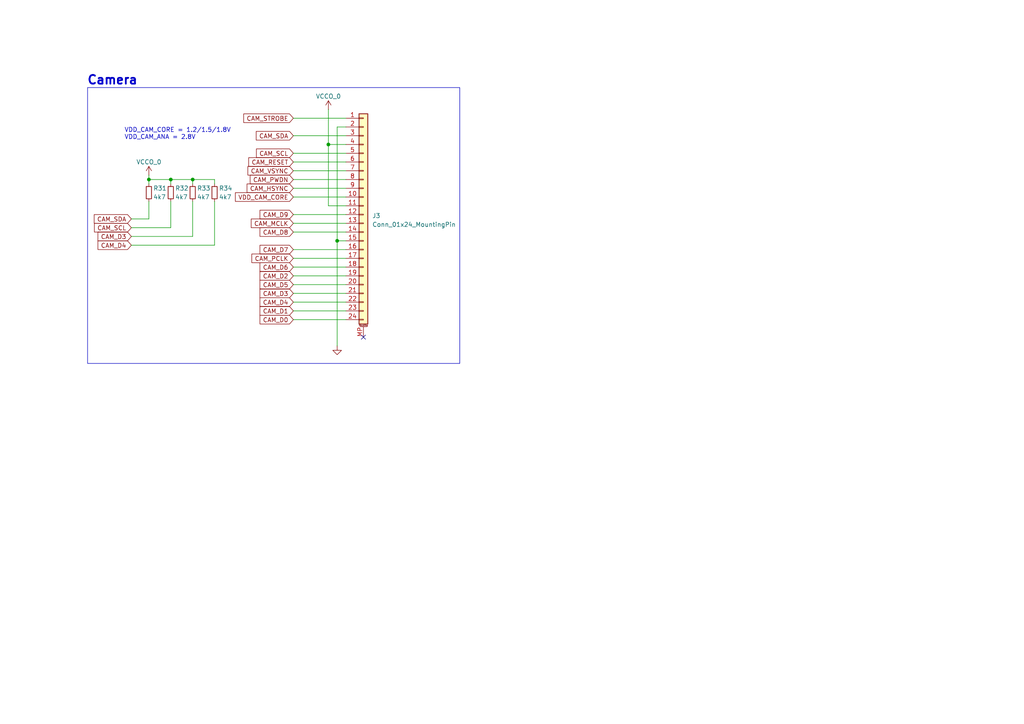
<source format=kicad_sch>
(kicad_sch (version 20231120) (generator "eeschema") (generator_version "8.0")
  (paper "A4")
  (lib_symbols
    (symbol "Connector_Generic_MountingPin:Conn_01x24_MountingPin" (pin_names (offset 1.016) hide)
      (property "Reference" "J" (at 0 30.48 0))
      (property "Value" "Conn_01x24_MountingPin" (at 1.27 -33.02 0))
      (symbol "Conn_01x24_MountingPin_1_1"
        (rectangle (start -1.27 -30.353) (end 0 -30.607) (stroke (width 0.1524)))
        (rectangle (start -1.27 -27.813) (end 0 -28.067) (stroke (width 0.1524)))
        (rectangle (start -1.27 -25.273) (end 0 -25.527) (stroke (width 0.1524)))
        (rectangle (start -1.27 -22.733) (end 0 -22.987) (stroke (width 0.1524)))
        (rectangle (start -1.27 -20.193) (end 0 -20.447) (stroke (width 0.1524)))
        (rectangle (start -1.27 -17.653) (end 0 -17.907) (stroke (width 0.1524)))
        (rectangle (start -1.27 -15.113) (end 0 -15.367) (stroke (width 0.1524)))
        (rectangle (start -1.27 -12.573) (end 0 -12.827) (stroke (width 0.1524)))
        (rectangle (start -1.27 -10.033) (end 0 -10.287) (stroke (width 0.1524)))
        (rectangle (start -1.27 -7.493) (end 0 -7.747) (stroke (width 0.1524)))
        (rectangle (start -1.27 -4.953) (end 0 -5.207) (stroke (width 0.1524)))
        (rectangle (start -1.27 -2.413) (end 0 -2.667) (stroke (width 0.1524)))
        (rectangle (start -1.27 0.127) (end 0 -0.127) (stroke (width 0.1524)))
        (rectangle (start -1.27 2.667) (end 0 2.413) (stroke (width 0.1524)))
        (rectangle (start -1.27 5.207) (end 0 4.953) (stroke (width 0.1524)))
        (rectangle (start -1.27 7.747) (end 0 7.493) (stroke (width 0.1524)))
        (rectangle (start -1.27 10.287) (end 0 10.033) (stroke (width 0.1524)))
        (rectangle (start -1.27 12.827) (end 0 12.573) (stroke (width 0.1524)))
        (rectangle (start -1.27 15.367) (end 0 15.113) (stroke (width 0.1524)))
        (rectangle (start -1.27 17.907) (end 0 17.653) (stroke (width 0.1524)))
        (rectangle (start -1.27 20.447) (end 0 20.193) (stroke (width 0.1524)))
        (rectangle (start -1.27 22.987) (end 0 22.733) (stroke (width 0.1524)))
        (rectangle (start -1.27 25.527) (end 0 25.273) (stroke (width 0.1524)))
        (rectangle (start -1.27 28.067) (end 0 27.813) (stroke (width 0.1524)))
        (rectangle (start -1.27 29.21) (end 1.27 -31.75) (stroke (width 0.254)) (fill (type background)))
        (polyline (pts (xy -1.016 -32.512) (xy 1.016 -32.512)) (stroke (width 0.1524)))
        (text "Mounting" (at 0 -32.131 0) (effects (font (size 0.381 0.381))))
        (pin passive line (at -5.08 27.94 0) (length 3.81) (name "Pin_1") (number "1"))
        (pin passive line (at -5.08 5.08 0) (length 3.81) (name "Pin_10") (number "10"))
        (pin passive line (at -5.08 2.54 0) (length 3.81) (name "Pin_11") (number "11"))
        (pin passive line (at -5.08 0 0) (length 3.81) (name "Pin_12") (number "12"))
        (pin passive line (at -5.08 -2.54 0) (length 3.81) (name "Pin_13") (number "13"))
        (pin passive line (at -5.08 -5.08 0) (length 3.81) (name "Pin_14") (number "14"))
        (pin passive line (at -5.08 -7.62 0) (length 3.81) (name "Pin_15") (number "15"))
        (pin passive line (at -5.08 -10.16 0) (length 3.81) (name "Pin_16") (number "16"))
        (pin passive line (at -5.08 -12.7 0) (length 3.81) (name "Pin_17") (number "17"))
        (pin passive line (at -5.08 -15.24 0) (length 3.81) (name "Pin_18") (number "18"))
        (pin passive line (at -5.08 -17.78 0) (length 3.81) (name "Pin_19") (number "19"))
        (pin passive line (at -5.08 25.4 0) (length 3.81) (name "Pin_2") (number "2"))
        (pin passive line (at -5.08 -20.32 0) (length 3.81) (name "Pin_20") (number "20"))
        (pin passive line (at -5.08 -22.86 0) (length 3.81) (name "Pin_21") (number "21"))
        (pin passive line (at -5.08 -25.4 0) (length 3.81) (name "Pin_22") (number "22"))
        (pin passive line (at -5.08 -27.94 0) (length 3.81) (name "Pin_23") (number "23"))
        (pin passive line (at -5.08 -30.48 0) (length 3.81) (name "Pin_24") (number "24"))
        (pin passive line (at -5.08 22.86 0) (length 3.81) (name "Pin_3") (number "3"))
        (pin passive line (at -5.08 20.32 0) (length 3.81) (name "Pin_4") (number "4"))
        (pin passive line (at -5.08 17.78 0) (length 3.81) (name "Pin_5") (number "5"))
        (pin passive line (at -5.08 15.24 0) (length 3.81) (name "Pin_6") (number "6"))
        (pin passive line (at -5.08 12.7 0) (length 3.81) (name "Pin_7") (number "7"))
        (pin passive line (at -5.08 10.16 0) (length 3.81) (name "Pin_8") (number "8"))
        (pin passive line (at -5.08 7.62 0) (length 3.81) (name "Pin_9") (number "9"))
        (pin passive line (at 0 -35.56 90) (length 3.048) (name "MountPin") (number "MP"))
      )
    )
    (symbol "Device:R_Small" (pin_numbers hide) (pin_names (offset 0.254) hide)
      (property "Reference" "R" (at 0.762 0.508 0))
      (property "Value" "R_Small" (at 0.762 -1.016 0))
      (symbol "R_Small_0_1"
        (rectangle (start -0.762 1.778) (end 0.762 -1.778) (stroke (width 0.2032)))
      )
      (symbol "R_Small_1_1"
        (pin passive line (at 0 2.54 270) (length 0.762) (name "~") (number "1"))
        (pin passive line (at 0 -2.54 90) (length 0.762) (name "~") (number "2"))
      )
    )
    (symbol "power:GND" (power) (pin_numbers hide) (pin_names (offset 0) hide)
      (property "Value" "GND" (at 0 -3.81 0))
      (symbol "GND_0_1"
        (polyline (pts (xy 0 0) (xy 0 -1.27) (xy 1.27 -1.27) (xy 0 -2.54) (xy -1.27 -1.27) (xy 0 -1.27)))
      )
      (symbol "GND_1_1"
        (pin power_in line (at 0 0 270) (length 0) (name "~") (number "1"))
      )
    )
    (symbol "power:VDD" (power) (pin_numbers hide) (pin_names (offset 0) hide)
      (property "Value" "VDD" (at 0 3.556 0))
      (symbol "VDD_0_1"
        (polyline (pts (xy -0.762 1.27) (xy 0 2.54)))
        (polyline (pts (xy 0 0) (xy 0 2.54)))
        (polyline (pts (xy 0 2.54) (xy 0.762 1.27)))
      )
      (symbol "VDD_1_1"
        (pin power_in line (at 0 0 90) (length 0) (name "~") (number "1"))
      )
    )
  )
  (junction (at 55.88 52.07))
  (junction (at 49.53 52.07))
  (junction (at 43.18 52.07))
  (junction (at 97.79 69.85))
  (junction (at 95.25 41.91))
  (no_connect (at 105.41 97.79))
  (wire (pts (xy 85.09 85.09) (xy 100.33 85.09)))
  (wire (pts (xy 55.88 68.58) (xy 55.88 58.42)))
  (wire (pts (xy 49.53 52.07) (xy 49.53 53.34)))
  (wire (pts (xy 100.33 46.99) (xy 85.09 46.99)))
  (wire (pts (xy 62.23 71.12) (xy 38.1 71.12)))
  (wire (pts (xy 95.25 59.69) (xy 100.33 59.69)))
  (wire (pts (xy 43.18 50.8) (xy 43.18 52.07)))
  (wire (pts (xy 95.25 41.91) (xy 100.33 41.91)))
  (wire (pts (xy 85.09 80.01) (xy 100.33 80.01)))
  (wire (pts (xy 100.33 36.83) (xy 97.79 36.83)))
  (wire (pts (xy 85.09 57.15) (xy 100.33 57.15)))
  (wire (pts (xy 85.09 90.17) (xy 100.33 90.17)))
  (wire (pts (xy 85.09 87.63) (xy 100.33 87.63)))
  (wire (pts (xy 100.33 39.37) (xy 85.09 39.37)))
  (wire (pts (xy 85.09 77.47) (xy 100.33 77.47)))
  (wire (pts (xy 85.09 82.55) (xy 100.33 82.55)))
  (wire (pts (xy 85.09 54.61) (xy 100.33 54.61)))
  (wire (pts (xy 100.33 44.45) (xy 85.09 44.45)))
  (wire (pts (xy 43.18 52.07) (xy 49.53 52.07)))
  (wire (pts (xy 100.33 34.29) (xy 85.09 34.29)))
  (wire (pts (xy 97.79 69.85) (xy 100.33 69.85)))
  (wire (pts (xy 38.1 66.04) (xy 49.53 66.04)))
  (wire (pts (xy 38.1 63.5) (xy 43.18 63.5)))
  (wire (pts (xy 95.25 31.75) (xy 95.25 41.91)))
  (wire (pts (xy 85.09 92.71) (xy 100.33 92.71)))
  (wire (pts (xy 100.33 49.53) (xy 85.09 49.53)))
  (wire (pts (xy 85.09 74.93) (xy 100.33 74.93)))
  (wire (pts (xy 55.88 52.07) (xy 55.88 53.34)))
  (wire (pts (xy 43.18 52.07) (xy 43.18 53.34)))
  (wire (pts (xy 85.09 62.23) (xy 100.33 62.23)))
  (wire (pts (xy 95.25 41.91) (xy 95.25 59.69)))
  (wire (pts (xy 85.09 52.07) (xy 100.33 52.07)))
  (wire (pts (xy 62.23 58.42) (xy 62.23 71.12)))
  (wire (pts (xy 97.79 36.83) (xy 97.79 69.85)))
  (wire (pts (xy 97.79 69.85) (xy 97.79 100.33)))
  (wire (pts (xy 49.53 52.07) (xy 55.88 52.07)))
  (wire (pts (xy 49.53 66.04) (xy 49.53 58.42)))
  (wire (pts (xy 38.1 68.58) (xy 55.88 68.58)))
  (wire (pts (xy 85.09 72.39) (xy 100.33 72.39)))
  (wire (pts (xy 62.23 52.07) (xy 62.23 53.34)))
  (wire (pts (xy 85.09 64.77) (xy 100.33 64.77)))
  (wire (pts (xy 85.09 67.31) (xy 100.33 67.31)))
  (wire (pts (xy 43.18 63.5) (xy 43.18 58.42)))
  (wire (pts (xy 55.88 52.07) (xy 62.23 52.07)))
  (rectangle (start 25.4 25.4) (end 133.35 105.41))
  (text "Camera" (at 25.146 23.368 0) (effects (font (size 2.54 2.54) (thickness 0.508) (bold yes)) (justify left)))
  (text "VDD_CAM_CORE = 1.2/1.5/1.8V\nVDD_CAM_ANA = 2.8V" (at 36.068 38.862 0) (effects (font (size 1.27 1.27) (thickness 0.1588)) (justify left)))
  (global_label "CAM_D6" (shape input) (at 85.09 77.47 180) (property "Intersheetrefs" "${INTERSHEET_REFS}" (effects (hide yes))))
  (global_label "CAM_SCL" (shape input) (at 85.09 44.45 180) (property "Intersheetrefs" "${INTERSHEET_REFS}" (effects (hide yes))))
  (global_label "CAM_D1" (shape input) (at 85.09 90.17 180) (property "Intersheetrefs" "${INTERSHEET_REFS}" (effects (hide yes))))
  (global_label "CAM_D8" (shape input) (at 85.09 67.31 180) (property "Intersheetrefs" "${INTERSHEET_REFS}" (effects (hide yes))))
  (global_label "CAM_PWDN" (shape input) (at 85.09 52.07 180) (property "Intersheetrefs" "${INTERSHEET_REFS}" (effects (hide yes))))
  (global_label "CAM_D2" (shape input) (at 85.09 80.01 180) (property "Intersheetrefs" "${INTERSHEET_REFS}" (effects (hide yes))))
  (global_label "CAM_SDA" (shape input) (at 38.1 63.5 180) (property "Intersheetrefs" "${INTERSHEET_REFS}" (effects (hide yes))))
  (global_label "CAM_PCLK" (shape input) (at 85.09 74.93 180) (property "Intersheetrefs" "${INTERSHEET_REFS}" (effects (hide yes))))
  (global_label "CAM_D7" (shape input) (at 85.09 72.39 180) (property "Intersheetrefs" "${INTERSHEET_REFS}" (effects (hide yes))))
  (global_label "CAM_D5" (shape input) (at 85.09 82.55 180) (property "Intersheetrefs" "${INTERSHEET_REFS}" (effects (hide yes))))
  (global_label "CAM_SCL" (shape input) (at 38.1 66.04 180) (property "Intersheetrefs" "${INTERSHEET_REFS}" (effects (hide yes))))
  (global_label "CAM_STROBE" (shape input) (at 85.09 34.29 180) (property "Intersheetrefs" "${INTERSHEET_REFS}" (effects (hide yes))))
  (global_label "CAM_D0" (shape input) (at 85.09 92.71 180) (property "Intersheetrefs" "${INTERSHEET_REFS}" (effects (hide yes))))
  (global_label "CAM_MCLK" (shape input) (at 85.09 64.77 180) (property "Intersheetrefs" "${INTERSHEET_REFS}" (effects (hide yes))))
  (global_label "CAM_D3" (shape input) (at 38.1 68.58 180) (property "Intersheetrefs" "${INTERSHEET_REFS}" (effects (hide yes))))
  (global_label "CAM_RESET" (shape input) (at 85.09 46.99 180) (property "Intersheetrefs" "${INTERSHEET_REFS}" (effects (hide yes))))
  (global_label "CAM_D4" (shape input) (at 85.09 87.63 180) (property "Intersheetrefs" "${INTERSHEET_REFS}" (effects (hide yes))))
  (global_label "CAM_D9" (shape input) (at 85.09 62.23 180) (property "Intersheetrefs" "${INTERSHEET_REFS}" (effects (hide yes))))
  (global_label "VDD_CAM_CORE" (shape input) (at 85.09 57.15 180) (property "Intersheetrefs" "${INTERSHEET_REFS}" (effects (hide yes))))
  (global_label "CAM_SDA" (shape input) (at 85.09 39.37 180) (property "Intersheetrefs" "${INTERSHEET_REFS}" (effects (hide yes))))
  (global_label "CAM_D3" (shape input) (at 85.09 85.09 180) (property "Intersheetrefs" "${INTERSHEET_REFS}" (effects (hide yes))))
  (global_label "CAM_VSYNC" (shape input) (at 85.09 49.53 180) (property "Intersheetrefs" "${INTERSHEET_REFS}" (effects (hide yes))))
  (global_label "CAM_D4" (shape input) (at 38.1 71.12 180) (property "Intersheetrefs" "${INTERSHEET_REFS}" (effects (hide yes))))
  (global_label "CAM_HSYNC" (shape input) (at 85.09 54.61 180) (property "Intersheetrefs" "${INTERSHEET_REFS}" (effects (hide yes))))
  (symbol (lib_id "Device:R_Small") (at 62.23 55.88 0) (unit 1)
    (property "Reference" "R34" (at 63.5 54.61 0) (effects (justify left)))
    (property "Value" "4k7" (at 63.5 57.15 0) (effects (justify left)))
    (property "Footprint" "Resistor_SMD:R_0402_1005Metric" (effects (hide yes)))
    (property "Description" "Resistor, small symbol" (effects (hide yes)))
  )
  (symbol (lib_id "Device:R_Small") (at 55.88 55.88 0) (unit 1)
    (property "Reference" "R33" (at 57.15 54.61 0) (effects (justify left)))
    (property "Value" "4k7" (at 57.15 57.15 0) (effects (justify left)))
    (property "Footprint" "Resistor_SMD:R_0402_1005Metric" (effects (hide yes)))
    (property "Description" "Resistor, small symbol" (effects (hide yes)))
  )
  (symbol (lib_id "Device:R_Small") (at 43.18 55.88 0) (unit 1)
    (property "Reference" "R31" (at 44.45 54.61 0) (effects (justify left)))
    (property "Value" "4k7" (at 44.45 57.15 0) (effects (justify left)))
    (property "Footprint" "Resistor_SMD:R_0402_1005Metric" (effects (hide yes)))
    (property "Description" "Resistor, small symbol" (effects (hide yes)))
  )
  (symbol (lib_id "power:VDD") (at 95.25 31.75 0) (unit 1)
    (property "Reference" "#PWR0102" (effects (hide yes)))
    (property "Value" "VCCO_0" (at 95.25 27.94 0))
    (property "Description" "Power symbol creates a global label with name \"VDD\"" (effects (hide yes)))
  )
  (symbol (lib_id "Connector_Generic_MountingPin:Conn_01x24_MountingPin") (at 105.41 62.23 0) (unit 1)
    (property "Reference" "J3" (at 107.95 62.5855 0) (effects (justify left)))
    (property "Value" "Conn_01x24_MountingPin" (at 107.95 65.1255 0) (effects (justify left)))
    (property "Footprint" "Connector_FFC-FPC:FPC-24P0.5" (effects (hide yes)))
    (property "Description" "Generic connectable mounting pin connector, single row, 01x24, script generated (kicad-library-utils/schlib/autogen/connector/)" (effects (hide yes)))
  )
  (symbol (lib_id "power:GND") (at 97.79 100.33 0) (unit 1)
    (property "Reference" "#PWR0104" (effects (hide yes)))
    (property "Value" "GND" (effects (hide yes)))
    (property "Description" "Power symbol creates a global label with name \"GND\" , ground" (effects (hide yes)))
  )
  (symbol (lib_id "power:VDD") (at 43.18 50.8 0) (unit 1)
    (property "Reference" "#PWR0103" (effects (hide yes)))
    (property "Value" "VCCO_0" (at 43.18 46.99 0))
    (property "Description" "Power symbol creates a global label with name \"VDD\"" (effects (hide yes)))
  )
  (symbol (lib_id "Device:R_Small") (at 49.53 55.88 0) (unit 1)
    (property "Reference" "R32" (at 50.8 54.61 0) (effects (justify left)))
    (property "Value" "4k7" (at 50.8 57.15 0) (effects (justify left)))
    (property "Footprint" "Resistor_SMD:R_0402_1005Metric" (effects (hide yes)))
    (property "Description" "Resistor, small symbol" (effects (hide yes)))
  )
)
</source>
